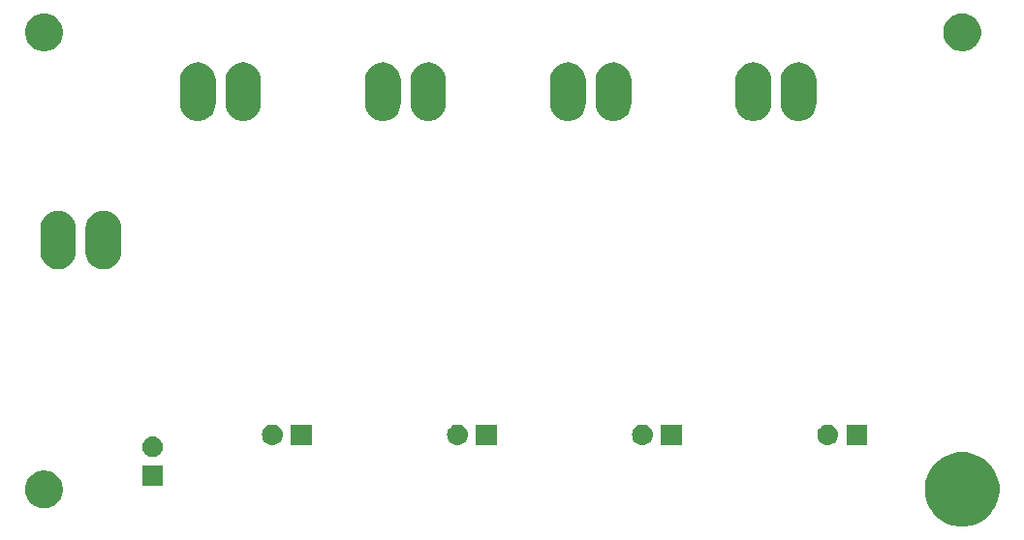
<source format=gbs>
G04 #@! TF.GenerationSoftware,KiCad,Pcbnew,5.0.1-33cea8e~68~ubuntu16.04.1*
G04 #@! TF.CreationDate,2019-04-14T12:12:49-04:00*
G04 #@! TF.ProjectId,fieldeffector,6669656C646566666563746F722E6B69,rev?*
G04 #@! TF.SameCoordinates,Original*
G04 #@! TF.FileFunction,Soldermask,Bot*
G04 #@! TF.FilePolarity,Negative*
%FSLAX46Y46*%
G04 Gerber Fmt 4.6, Leading zero omitted, Abs format (unit mm)*
G04 Created by KiCad (PCBNEW 5.0.1-33cea8e~68~ubuntu16.04.1) date Sun 14 Apr 2019 12:12:49 EDT*
%MOMM*%
%LPD*%
G01*
G04 APERTURE LIST*
%ADD10C,0.100000*%
G04 APERTURE END LIST*
D10*
G36*
X154040534Y-124827991D02*
X154598282Y-124938934D01*
X155189926Y-125184001D01*
X155479523Y-125377504D01*
X155722395Y-125539786D01*
X156175214Y-125992605D01*
X156175216Y-125992608D01*
X156530999Y-126525074D01*
X156776066Y-127116718D01*
X156838533Y-127430761D01*
X156901000Y-127744803D01*
X156901000Y-128385197D01*
X156868899Y-128546578D01*
X156776066Y-129013282D01*
X156530999Y-129604926D01*
X156283265Y-129975685D01*
X156175214Y-130137395D01*
X155722395Y-130590214D01*
X155722392Y-130590216D01*
X155189926Y-130945999D01*
X154598282Y-131191066D01*
X154284239Y-131253533D01*
X153970197Y-131316000D01*
X153329803Y-131316000D01*
X153015761Y-131253533D01*
X152701718Y-131191066D01*
X152110074Y-130945999D01*
X151577608Y-130590216D01*
X151577605Y-130590214D01*
X151124786Y-130137395D01*
X151016735Y-129975685D01*
X150769001Y-129604926D01*
X150523934Y-129013282D01*
X150431101Y-128546578D01*
X150399000Y-128385197D01*
X150399000Y-127744803D01*
X150461467Y-127430761D01*
X150523934Y-127116718D01*
X150769001Y-126525074D01*
X151124784Y-125992608D01*
X151124786Y-125992605D01*
X151577605Y-125539786D01*
X151820477Y-125377504D01*
X152110074Y-125184001D01*
X152701718Y-124938934D01*
X153259466Y-124827991D01*
X153329803Y-124814000D01*
X153970197Y-124814000D01*
X154040534Y-124827991D01*
X154040534Y-124827991D01*
G37*
G36*
X73775256Y-126456298D02*
X73881579Y-126477447D01*
X74182042Y-126601903D01*
X74356179Y-126718258D01*
X74452454Y-126782587D01*
X74682413Y-127012546D01*
X74682415Y-127012549D01*
X74863097Y-127282958D01*
X74987553Y-127583421D01*
X74997083Y-127631332D01*
X75051000Y-127902389D01*
X75051000Y-128227611D01*
X75019654Y-128385196D01*
X74993636Y-128516000D01*
X74987553Y-128546578D01*
X74863098Y-128847040D01*
X74682413Y-129117454D01*
X74452454Y-129347413D01*
X74452451Y-129347415D01*
X74182042Y-129528097D01*
X73881579Y-129652553D01*
X73775256Y-129673702D01*
X73562611Y-129716000D01*
X73237389Y-129716000D01*
X73024744Y-129673702D01*
X72918421Y-129652553D01*
X72617958Y-129528097D01*
X72347549Y-129347415D01*
X72347546Y-129347413D01*
X72117587Y-129117454D01*
X71936902Y-128847040D01*
X71812447Y-128546578D01*
X71806365Y-128516000D01*
X71780346Y-128385196D01*
X71749000Y-128227611D01*
X71749000Y-127902389D01*
X71802917Y-127631332D01*
X71812447Y-127583421D01*
X71936903Y-127282958D01*
X72117585Y-127012549D01*
X72117587Y-127012546D01*
X72347546Y-126782587D01*
X72443821Y-126718258D01*
X72617958Y-126601903D01*
X72918421Y-126477447D01*
X73024744Y-126456298D01*
X73237389Y-126414000D01*
X73562611Y-126414000D01*
X73775256Y-126456298D01*
X73775256Y-126456298D01*
G37*
G36*
X83801000Y-127766000D02*
X81999000Y-127766000D01*
X81999000Y-125964000D01*
X83801000Y-125964000D01*
X83801000Y-127766000D01*
X83801000Y-127766000D01*
G37*
G36*
X83010442Y-123430518D02*
X83076627Y-123437037D01*
X83174172Y-123466627D01*
X83246467Y-123488557D01*
X83385087Y-123562652D01*
X83402991Y-123572222D01*
X83438729Y-123601552D01*
X83540186Y-123684814D01*
X83623448Y-123786271D01*
X83652778Y-123822009D01*
X83652779Y-123822011D01*
X83736443Y-123978533D01*
X83736443Y-123978534D01*
X83787963Y-124148373D01*
X83805359Y-124325000D01*
X83787963Y-124501627D01*
X83753616Y-124614853D01*
X83736443Y-124671467D01*
X83662348Y-124810087D01*
X83652778Y-124827991D01*
X83623448Y-124863729D01*
X83540186Y-124965186D01*
X83438729Y-125048448D01*
X83402991Y-125077778D01*
X83402989Y-125077779D01*
X83246467Y-125161443D01*
X83189853Y-125178616D01*
X83076627Y-125212963D01*
X83010442Y-125219482D01*
X82944260Y-125226000D01*
X82855740Y-125226000D01*
X82789558Y-125219482D01*
X82723373Y-125212963D01*
X82610147Y-125178616D01*
X82553533Y-125161443D01*
X82397011Y-125077779D01*
X82397009Y-125077778D01*
X82361271Y-125048448D01*
X82259814Y-124965186D01*
X82176552Y-124863729D01*
X82147222Y-124827991D01*
X82137652Y-124810087D01*
X82063557Y-124671467D01*
X82046384Y-124614853D01*
X82012037Y-124501627D01*
X81994641Y-124325000D01*
X82012037Y-124148373D01*
X82063557Y-123978534D01*
X82063557Y-123978533D01*
X82147221Y-123822011D01*
X82147222Y-123822009D01*
X82176552Y-123786271D01*
X82259814Y-123684814D01*
X82361271Y-123601552D01*
X82397009Y-123572222D01*
X82414913Y-123562652D01*
X82553533Y-123488557D01*
X82625828Y-123466627D01*
X82723373Y-123437037D01*
X82789558Y-123430518D01*
X82855740Y-123424000D01*
X82944260Y-123424000D01*
X83010442Y-123430518D01*
X83010442Y-123430518D01*
G37*
G36*
X93470443Y-122395519D02*
X93536627Y-122402037D01*
X93649853Y-122436384D01*
X93706467Y-122453557D01*
X93845087Y-122527652D01*
X93862991Y-122537222D01*
X93898729Y-122566552D01*
X94000186Y-122649814D01*
X94083448Y-122751271D01*
X94112778Y-122787009D01*
X94112779Y-122787011D01*
X94196443Y-122943533D01*
X94196443Y-122943534D01*
X94247963Y-123113373D01*
X94265359Y-123290000D01*
X94247963Y-123466627D01*
X94215931Y-123572221D01*
X94196443Y-123636467D01*
X94170600Y-123684815D01*
X94112778Y-123792991D01*
X94088963Y-123822009D01*
X94000186Y-123930186D01*
X93898729Y-124013448D01*
X93862991Y-124042778D01*
X93862989Y-124042779D01*
X93706467Y-124126443D01*
X93649853Y-124143616D01*
X93536627Y-124177963D01*
X93470442Y-124184482D01*
X93404260Y-124191000D01*
X93315740Y-124191000D01*
X93249558Y-124184482D01*
X93183373Y-124177963D01*
X93070147Y-124143616D01*
X93013533Y-124126443D01*
X92857011Y-124042779D01*
X92857009Y-124042778D01*
X92821271Y-124013448D01*
X92719814Y-123930186D01*
X92631037Y-123822009D01*
X92607222Y-123792991D01*
X92549400Y-123684815D01*
X92523557Y-123636467D01*
X92504069Y-123572221D01*
X92472037Y-123466627D01*
X92454641Y-123290000D01*
X92472037Y-123113373D01*
X92523557Y-122943534D01*
X92523557Y-122943533D01*
X92607221Y-122787011D01*
X92607222Y-122787009D01*
X92636552Y-122751271D01*
X92719814Y-122649814D01*
X92821271Y-122566552D01*
X92857009Y-122537222D01*
X92874913Y-122527652D01*
X93013533Y-122453557D01*
X93070147Y-122436384D01*
X93183373Y-122402037D01*
X93249557Y-122395519D01*
X93315740Y-122389000D01*
X93404260Y-122389000D01*
X93470443Y-122395519D01*
X93470443Y-122395519D01*
G37*
G36*
X129146000Y-124191000D02*
X127344000Y-124191000D01*
X127344000Y-122389000D01*
X129146000Y-122389000D01*
X129146000Y-124191000D01*
X129146000Y-124191000D01*
G37*
G36*
X125815443Y-122395519D02*
X125881627Y-122402037D01*
X125994853Y-122436384D01*
X126051467Y-122453557D01*
X126190087Y-122527652D01*
X126207991Y-122537222D01*
X126243729Y-122566552D01*
X126345186Y-122649814D01*
X126428448Y-122751271D01*
X126457778Y-122787009D01*
X126457779Y-122787011D01*
X126541443Y-122943533D01*
X126541443Y-122943534D01*
X126592963Y-123113373D01*
X126610359Y-123290000D01*
X126592963Y-123466627D01*
X126560931Y-123572221D01*
X126541443Y-123636467D01*
X126515600Y-123684815D01*
X126457778Y-123792991D01*
X126433963Y-123822009D01*
X126345186Y-123930186D01*
X126243729Y-124013448D01*
X126207991Y-124042778D01*
X126207989Y-124042779D01*
X126051467Y-124126443D01*
X125994853Y-124143616D01*
X125881627Y-124177963D01*
X125815442Y-124184482D01*
X125749260Y-124191000D01*
X125660740Y-124191000D01*
X125594558Y-124184482D01*
X125528373Y-124177963D01*
X125415147Y-124143616D01*
X125358533Y-124126443D01*
X125202011Y-124042779D01*
X125202009Y-124042778D01*
X125166271Y-124013448D01*
X125064814Y-123930186D01*
X124976037Y-123822009D01*
X124952222Y-123792991D01*
X124894400Y-123684815D01*
X124868557Y-123636467D01*
X124849069Y-123572221D01*
X124817037Y-123466627D01*
X124799641Y-123290000D01*
X124817037Y-123113373D01*
X124868557Y-122943534D01*
X124868557Y-122943533D01*
X124952221Y-122787011D01*
X124952222Y-122787009D01*
X124981552Y-122751271D01*
X125064814Y-122649814D01*
X125166271Y-122566552D01*
X125202009Y-122537222D01*
X125219913Y-122527652D01*
X125358533Y-122453557D01*
X125415147Y-122436384D01*
X125528373Y-122402037D01*
X125594557Y-122395519D01*
X125660740Y-122389000D01*
X125749260Y-122389000D01*
X125815443Y-122395519D01*
X125815443Y-122395519D01*
G37*
G36*
X145341000Y-124191000D02*
X143539000Y-124191000D01*
X143539000Y-122389000D01*
X145341000Y-122389000D01*
X145341000Y-124191000D01*
X145341000Y-124191000D01*
G37*
G36*
X142010443Y-122395519D02*
X142076627Y-122402037D01*
X142189853Y-122436384D01*
X142246467Y-122453557D01*
X142385087Y-122527652D01*
X142402991Y-122537222D01*
X142438729Y-122566552D01*
X142540186Y-122649814D01*
X142623448Y-122751271D01*
X142652778Y-122787009D01*
X142652779Y-122787011D01*
X142736443Y-122943533D01*
X142736443Y-122943534D01*
X142787963Y-123113373D01*
X142805359Y-123290000D01*
X142787963Y-123466627D01*
X142755931Y-123572221D01*
X142736443Y-123636467D01*
X142710600Y-123684815D01*
X142652778Y-123792991D01*
X142628963Y-123822009D01*
X142540186Y-123930186D01*
X142438729Y-124013448D01*
X142402991Y-124042778D01*
X142402989Y-124042779D01*
X142246467Y-124126443D01*
X142189853Y-124143616D01*
X142076627Y-124177963D01*
X142010442Y-124184482D01*
X141944260Y-124191000D01*
X141855740Y-124191000D01*
X141789558Y-124184482D01*
X141723373Y-124177963D01*
X141610147Y-124143616D01*
X141553533Y-124126443D01*
X141397011Y-124042779D01*
X141397009Y-124042778D01*
X141361271Y-124013448D01*
X141259814Y-123930186D01*
X141171037Y-123822009D01*
X141147222Y-123792991D01*
X141089400Y-123684815D01*
X141063557Y-123636467D01*
X141044069Y-123572221D01*
X141012037Y-123466627D01*
X140994641Y-123290000D01*
X141012037Y-123113373D01*
X141063557Y-122943534D01*
X141063557Y-122943533D01*
X141147221Y-122787011D01*
X141147222Y-122787009D01*
X141176552Y-122751271D01*
X141259814Y-122649814D01*
X141361271Y-122566552D01*
X141397009Y-122537222D01*
X141414913Y-122527652D01*
X141553533Y-122453557D01*
X141610147Y-122436384D01*
X141723373Y-122402037D01*
X141789557Y-122395519D01*
X141855740Y-122389000D01*
X141944260Y-122389000D01*
X142010443Y-122395519D01*
X142010443Y-122395519D01*
G37*
G36*
X112981000Y-124191000D02*
X111179000Y-124191000D01*
X111179000Y-122389000D01*
X112981000Y-122389000D01*
X112981000Y-124191000D01*
X112981000Y-124191000D01*
G37*
G36*
X109650443Y-122395519D02*
X109716627Y-122402037D01*
X109829853Y-122436384D01*
X109886467Y-122453557D01*
X110025087Y-122527652D01*
X110042991Y-122537222D01*
X110078729Y-122566552D01*
X110180186Y-122649814D01*
X110263448Y-122751271D01*
X110292778Y-122787009D01*
X110292779Y-122787011D01*
X110376443Y-122943533D01*
X110376443Y-122943534D01*
X110427963Y-123113373D01*
X110445359Y-123290000D01*
X110427963Y-123466627D01*
X110395931Y-123572221D01*
X110376443Y-123636467D01*
X110350600Y-123684815D01*
X110292778Y-123792991D01*
X110268963Y-123822009D01*
X110180186Y-123930186D01*
X110078729Y-124013448D01*
X110042991Y-124042778D01*
X110042989Y-124042779D01*
X109886467Y-124126443D01*
X109829853Y-124143616D01*
X109716627Y-124177963D01*
X109650442Y-124184482D01*
X109584260Y-124191000D01*
X109495740Y-124191000D01*
X109429558Y-124184482D01*
X109363373Y-124177963D01*
X109250147Y-124143616D01*
X109193533Y-124126443D01*
X109037011Y-124042779D01*
X109037009Y-124042778D01*
X109001271Y-124013448D01*
X108899814Y-123930186D01*
X108811037Y-123822009D01*
X108787222Y-123792991D01*
X108729400Y-123684815D01*
X108703557Y-123636467D01*
X108684069Y-123572221D01*
X108652037Y-123466627D01*
X108634641Y-123290000D01*
X108652037Y-123113373D01*
X108703557Y-122943534D01*
X108703557Y-122943533D01*
X108787221Y-122787011D01*
X108787222Y-122787009D01*
X108816552Y-122751271D01*
X108899814Y-122649814D01*
X109001271Y-122566552D01*
X109037009Y-122537222D01*
X109054913Y-122527652D01*
X109193533Y-122453557D01*
X109250147Y-122436384D01*
X109363373Y-122402037D01*
X109429557Y-122395519D01*
X109495740Y-122389000D01*
X109584260Y-122389000D01*
X109650443Y-122395519D01*
X109650443Y-122395519D01*
G37*
G36*
X96801000Y-124191000D02*
X94999000Y-124191000D01*
X94999000Y-122389000D01*
X96801000Y-122389000D01*
X96801000Y-124191000D01*
X96801000Y-124191000D01*
G37*
G36*
X78904020Y-103735810D02*
X78904023Y-103735811D01*
X79196364Y-103824491D01*
X79196367Y-103824493D01*
X79196368Y-103824493D01*
X79465786Y-103968499D01*
X79701936Y-104162304D01*
X79895741Y-104398454D01*
X80039747Y-104667872D01*
X80039749Y-104667876D01*
X80119328Y-104930215D01*
X80128430Y-104960220D01*
X80150870Y-105188058D01*
X80150870Y-107341942D01*
X80128430Y-107569780D01*
X80128429Y-107569782D01*
X80128429Y-107569783D01*
X80039749Y-107862124D01*
X80039747Y-107862127D01*
X80039747Y-107862128D01*
X79895741Y-108131546D01*
X79701936Y-108367696D01*
X79465785Y-108561501D01*
X79196367Y-108705507D01*
X79196363Y-108705509D01*
X78934024Y-108785088D01*
X78904019Y-108794190D01*
X78600000Y-108824133D01*
X78295980Y-108794190D01*
X78265975Y-108785088D01*
X78003636Y-108705509D01*
X78003632Y-108705507D01*
X77734214Y-108561501D01*
X77498064Y-108367696D01*
X77304259Y-108131545D01*
X77160253Y-107862127D01*
X77160252Y-107862124D01*
X77160251Y-107862123D01*
X77071571Y-107569782D01*
X77071570Y-107569779D01*
X77049130Y-107341941D01*
X77049131Y-105188058D01*
X77071571Y-104960220D01*
X77080673Y-104930215D01*
X77160252Y-104667876D01*
X77160254Y-104667872D01*
X77304260Y-104398454D01*
X77498065Y-104162304D01*
X77734215Y-103968499D01*
X78003633Y-103824493D01*
X78003634Y-103824493D01*
X78003637Y-103824491D01*
X78295978Y-103735811D01*
X78295981Y-103735810D01*
X78600000Y-103705867D01*
X78904020Y-103735810D01*
X78904020Y-103735810D01*
G37*
G36*
X74941620Y-103735810D02*
X74941623Y-103735811D01*
X75233964Y-103824491D01*
X75233967Y-103824493D01*
X75233968Y-103824493D01*
X75503386Y-103968499D01*
X75739536Y-104162304D01*
X75933341Y-104398454D01*
X76077347Y-104667872D01*
X76077349Y-104667876D01*
X76156928Y-104930215D01*
X76166030Y-104960220D01*
X76188470Y-105188058D01*
X76188470Y-107341942D01*
X76166030Y-107569780D01*
X76166029Y-107569782D01*
X76166029Y-107569783D01*
X76077349Y-107862124D01*
X76077347Y-107862127D01*
X76077347Y-107862128D01*
X75933341Y-108131546D01*
X75739536Y-108367696D01*
X75503385Y-108561501D01*
X75233967Y-108705507D01*
X75233963Y-108705509D01*
X74971624Y-108785088D01*
X74941619Y-108794190D01*
X74637600Y-108824133D01*
X74333580Y-108794190D01*
X74303575Y-108785088D01*
X74041236Y-108705509D01*
X74041232Y-108705507D01*
X73771814Y-108561501D01*
X73535664Y-108367696D01*
X73341859Y-108131545D01*
X73197853Y-107862127D01*
X73197852Y-107862124D01*
X73197851Y-107862123D01*
X73109171Y-107569782D01*
X73109170Y-107569779D01*
X73086730Y-107341941D01*
X73086731Y-105188058D01*
X73109171Y-104960220D01*
X73118273Y-104930215D01*
X73197852Y-104667876D01*
X73197854Y-104667872D01*
X73341860Y-104398454D01*
X73535665Y-104162304D01*
X73771815Y-103968499D01*
X74041233Y-103824493D01*
X74041234Y-103824493D01*
X74041237Y-103824491D01*
X74333578Y-103735811D01*
X74333581Y-103735810D01*
X74637600Y-103705867D01*
X74941620Y-103735810D01*
X74941620Y-103735810D01*
G37*
G36*
X103341619Y-90735810D02*
X103341622Y-90735811D01*
X103633963Y-90824491D01*
X103633966Y-90824493D01*
X103633967Y-90824493D01*
X103903385Y-90968499D01*
X104139536Y-91162304D01*
X104333341Y-91398454D01*
X104477347Y-91667872D01*
X104477349Y-91667876D01*
X104477349Y-91667877D01*
X104566030Y-91960220D01*
X104588470Y-92188058D01*
X104588470Y-94341942D01*
X104566030Y-94569780D01*
X104566029Y-94569783D01*
X104477349Y-94862124D01*
X104477347Y-94862127D01*
X104477347Y-94862128D01*
X104333341Y-95131546D01*
X104139536Y-95367696D01*
X103903386Y-95561501D01*
X103633968Y-95705507D01*
X103633964Y-95705509D01*
X103371625Y-95785088D01*
X103341620Y-95794190D01*
X103037600Y-95824133D01*
X102733581Y-95794190D01*
X102703576Y-95785088D01*
X102441237Y-95705509D01*
X102441233Y-95705507D01*
X102171815Y-95561501D01*
X101935665Y-95367696D01*
X101741860Y-95131546D01*
X101597854Y-94862128D01*
X101597854Y-94862127D01*
X101597852Y-94862124D01*
X101509172Y-94569783D01*
X101509171Y-94569780D01*
X101486731Y-94341942D01*
X101486730Y-92188059D01*
X101509170Y-91960221D01*
X101518272Y-91930216D01*
X101597851Y-91667877D01*
X101597854Y-91667872D01*
X101741859Y-91398455D01*
X101935664Y-91162304D01*
X102171814Y-90968499D01*
X102441232Y-90824493D01*
X102441233Y-90824493D01*
X102441236Y-90824491D01*
X102733577Y-90735811D01*
X102733580Y-90735810D01*
X103037600Y-90705867D01*
X103341619Y-90735810D01*
X103341619Y-90735810D01*
G37*
G36*
X135701619Y-90735810D02*
X135701622Y-90735811D01*
X135993963Y-90824491D01*
X135993966Y-90824493D01*
X135993967Y-90824493D01*
X136263385Y-90968499D01*
X136499536Y-91162304D01*
X136693341Y-91398454D01*
X136837347Y-91667872D01*
X136837349Y-91667876D01*
X136837349Y-91667877D01*
X136926030Y-91960220D01*
X136948470Y-92188058D01*
X136948470Y-94341942D01*
X136926030Y-94569780D01*
X136926029Y-94569783D01*
X136837349Y-94862124D01*
X136837347Y-94862127D01*
X136837347Y-94862128D01*
X136693341Y-95131546D01*
X136499536Y-95367696D01*
X136263386Y-95561501D01*
X135993968Y-95705507D01*
X135993964Y-95705509D01*
X135731625Y-95785088D01*
X135701620Y-95794190D01*
X135397600Y-95824133D01*
X135093581Y-95794190D01*
X135063576Y-95785088D01*
X134801237Y-95705509D01*
X134801233Y-95705507D01*
X134531815Y-95561501D01*
X134295665Y-95367696D01*
X134101860Y-95131546D01*
X133957854Y-94862128D01*
X133957854Y-94862127D01*
X133957852Y-94862124D01*
X133869172Y-94569783D01*
X133869171Y-94569780D01*
X133846731Y-94341942D01*
X133846730Y-92188059D01*
X133869170Y-91960221D01*
X133878272Y-91930216D01*
X133957851Y-91667877D01*
X133957854Y-91667872D01*
X134101859Y-91398455D01*
X134295664Y-91162304D01*
X134531814Y-90968499D01*
X134801232Y-90824493D01*
X134801233Y-90824493D01*
X134801236Y-90824491D01*
X135093577Y-90735811D01*
X135093580Y-90735810D01*
X135397600Y-90705867D01*
X135701619Y-90735810D01*
X135701619Y-90735810D01*
G37*
G36*
X139664019Y-90735810D02*
X139664022Y-90735811D01*
X139956363Y-90824491D01*
X139956366Y-90824493D01*
X139956367Y-90824493D01*
X140225785Y-90968499D01*
X140461936Y-91162304D01*
X140655741Y-91398454D01*
X140799747Y-91667872D01*
X140799749Y-91667876D01*
X140799749Y-91667877D01*
X140888430Y-91960220D01*
X140910870Y-92188058D01*
X140910870Y-94341942D01*
X140888430Y-94569780D01*
X140888429Y-94569783D01*
X140799749Y-94862124D01*
X140799747Y-94862127D01*
X140799747Y-94862128D01*
X140655741Y-95131546D01*
X140461936Y-95367696D01*
X140225786Y-95561501D01*
X139956368Y-95705507D01*
X139956364Y-95705509D01*
X139694025Y-95785088D01*
X139664020Y-95794190D01*
X139360000Y-95824133D01*
X139055981Y-95794190D01*
X139025976Y-95785088D01*
X138763637Y-95705509D01*
X138763633Y-95705507D01*
X138494215Y-95561501D01*
X138258065Y-95367696D01*
X138064260Y-95131546D01*
X137920254Y-94862128D01*
X137920254Y-94862127D01*
X137920252Y-94862124D01*
X137831572Y-94569783D01*
X137831571Y-94569780D01*
X137809131Y-94341942D01*
X137809130Y-92188059D01*
X137831570Y-91960221D01*
X137840672Y-91930216D01*
X137920251Y-91667877D01*
X137920254Y-91667872D01*
X138064259Y-91398455D01*
X138258064Y-91162304D01*
X138494214Y-90968499D01*
X138763632Y-90824493D01*
X138763633Y-90824493D01*
X138763636Y-90824491D01*
X139055977Y-90735811D01*
X139055980Y-90735810D01*
X139360000Y-90705867D01*
X139664019Y-90735810D01*
X139664019Y-90735810D01*
G37*
G36*
X87161619Y-90735810D02*
X87161622Y-90735811D01*
X87453963Y-90824491D01*
X87453966Y-90824493D01*
X87453967Y-90824493D01*
X87723385Y-90968499D01*
X87959536Y-91162304D01*
X88153341Y-91398454D01*
X88297347Y-91667872D01*
X88297349Y-91667876D01*
X88297349Y-91667877D01*
X88386030Y-91960220D01*
X88408470Y-92188058D01*
X88408470Y-94341942D01*
X88386030Y-94569780D01*
X88386029Y-94569783D01*
X88297349Y-94862124D01*
X88297347Y-94862127D01*
X88297347Y-94862128D01*
X88153341Y-95131546D01*
X87959536Y-95367696D01*
X87723386Y-95561501D01*
X87453968Y-95705507D01*
X87453964Y-95705509D01*
X87191625Y-95785088D01*
X87161620Y-95794190D01*
X86857600Y-95824133D01*
X86553581Y-95794190D01*
X86523576Y-95785088D01*
X86261237Y-95705509D01*
X86261233Y-95705507D01*
X85991815Y-95561501D01*
X85755665Y-95367696D01*
X85561860Y-95131546D01*
X85417854Y-94862128D01*
X85417854Y-94862127D01*
X85417852Y-94862124D01*
X85329172Y-94569783D01*
X85329171Y-94569780D01*
X85306731Y-94341942D01*
X85306730Y-92188059D01*
X85329170Y-91960221D01*
X85338272Y-91930216D01*
X85417851Y-91667877D01*
X85417854Y-91667872D01*
X85561859Y-91398455D01*
X85755664Y-91162304D01*
X85991814Y-90968499D01*
X86261232Y-90824493D01*
X86261233Y-90824493D01*
X86261236Y-90824491D01*
X86553577Y-90735811D01*
X86553580Y-90735810D01*
X86857600Y-90705867D01*
X87161619Y-90735810D01*
X87161619Y-90735810D01*
G37*
G36*
X91124019Y-90735810D02*
X91124022Y-90735811D01*
X91416363Y-90824491D01*
X91416366Y-90824493D01*
X91416367Y-90824493D01*
X91685785Y-90968499D01*
X91921936Y-91162304D01*
X92115741Y-91398454D01*
X92259747Y-91667872D01*
X92259749Y-91667876D01*
X92259749Y-91667877D01*
X92348430Y-91960220D01*
X92370870Y-92188058D01*
X92370870Y-94341942D01*
X92348430Y-94569780D01*
X92348429Y-94569783D01*
X92259749Y-94862124D01*
X92259747Y-94862127D01*
X92259747Y-94862128D01*
X92115741Y-95131546D01*
X91921936Y-95367696D01*
X91685786Y-95561501D01*
X91416368Y-95705507D01*
X91416364Y-95705509D01*
X91154025Y-95785088D01*
X91124020Y-95794190D01*
X90820000Y-95824133D01*
X90515981Y-95794190D01*
X90485976Y-95785088D01*
X90223637Y-95705509D01*
X90223633Y-95705507D01*
X89954215Y-95561501D01*
X89718065Y-95367696D01*
X89524260Y-95131546D01*
X89380254Y-94862128D01*
X89380254Y-94862127D01*
X89380252Y-94862124D01*
X89291572Y-94569783D01*
X89291571Y-94569780D01*
X89269131Y-94341942D01*
X89269130Y-92188059D01*
X89291570Y-91960221D01*
X89300672Y-91930216D01*
X89380251Y-91667877D01*
X89380254Y-91667872D01*
X89524259Y-91398455D01*
X89718064Y-91162304D01*
X89954214Y-90968499D01*
X90223632Y-90824493D01*
X90223633Y-90824493D01*
X90223636Y-90824491D01*
X90515977Y-90735811D01*
X90515980Y-90735810D01*
X90820000Y-90705867D01*
X91124019Y-90735810D01*
X91124019Y-90735810D01*
G37*
G36*
X123484019Y-90735810D02*
X123484022Y-90735811D01*
X123776363Y-90824491D01*
X123776366Y-90824493D01*
X123776367Y-90824493D01*
X124045785Y-90968499D01*
X124281936Y-91162304D01*
X124475741Y-91398454D01*
X124619747Y-91667872D01*
X124619749Y-91667876D01*
X124619749Y-91667877D01*
X124708430Y-91960220D01*
X124730870Y-92188058D01*
X124730870Y-94341942D01*
X124708430Y-94569780D01*
X124708429Y-94569783D01*
X124619749Y-94862124D01*
X124619747Y-94862127D01*
X124619747Y-94862128D01*
X124475741Y-95131546D01*
X124281936Y-95367696D01*
X124045786Y-95561501D01*
X123776368Y-95705507D01*
X123776364Y-95705509D01*
X123514025Y-95785088D01*
X123484020Y-95794190D01*
X123180000Y-95824133D01*
X122875981Y-95794190D01*
X122845976Y-95785088D01*
X122583637Y-95705509D01*
X122583633Y-95705507D01*
X122314215Y-95561501D01*
X122078065Y-95367696D01*
X121884260Y-95131546D01*
X121740254Y-94862128D01*
X121740254Y-94862127D01*
X121740252Y-94862124D01*
X121651572Y-94569783D01*
X121651571Y-94569780D01*
X121629131Y-94341942D01*
X121629130Y-92188059D01*
X121651570Y-91960221D01*
X121660672Y-91930216D01*
X121740251Y-91667877D01*
X121740254Y-91667872D01*
X121884259Y-91398455D01*
X122078064Y-91162304D01*
X122314214Y-90968499D01*
X122583632Y-90824493D01*
X122583633Y-90824493D01*
X122583636Y-90824491D01*
X122875977Y-90735811D01*
X122875980Y-90735810D01*
X123180000Y-90705867D01*
X123484019Y-90735810D01*
X123484019Y-90735810D01*
G37*
G36*
X107304019Y-90735810D02*
X107304022Y-90735811D01*
X107596363Y-90824491D01*
X107596366Y-90824493D01*
X107596367Y-90824493D01*
X107865785Y-90968499D01*
X108101936Y-91162304D01*
X108295741Y-91398454D01*
X108439747Y-91667872D01*
X108439749Y-91667876D01*
X108439749Y-91667877D01*
X108528430Y-91960220D01*
X108550870Y-92188058D01*
X108550870Y-94341942D01*
X108528430Y-94569780D01*
X108528429Y-94569783D01*
X108439749Y-94862124D01*
X108439747Y-94862127D01*
X108439747Y-94862128D01*
X108295741Y-95131546D01*
X108101936Y-95367696D01*
X107865786Y-95561501D01*
X107596368Y-95705507D01*
X107596364Y-95705509D01*
X107334025Y-95785088D01*
X107304020Y-95794190D01*
X107000000Y-95824133D01*
X106695981Y-95794190D01*
X106665976Y-95785088D01*
X106403637Y-95705509D01*
X106403633Y-95705507D01*
X106134215Y-95561501D01*
X105898065Y-95367696D01*
X105704260Y-95131546D01*
X105560254Y-94862128D01*
X105560254Y-94862127D01*
X105560252Y-94862124D01*
X105471572Y-94569783D01*
X105471571Y-94569780D01*
X105449131Y-94341942D01*
X105449130Y-92188059D01*
X105471570Y-91960221D01*
X105480672Y-91930216D01*
X105560251Y-91667877D01*
X105560254Y-91667872D01*
X105704259Y-91398455D01*
X105898064Y-91162304D01*
X106134214Y-90968499D01*
X106403632Y-90824493D01*
X106403633Y-90824493D01*
X106403636Y-90824491D01*
X106695977Y-90735811D01*
X106695980Y-90735810D01*
X107000000Y-90705867D01*
X107304019Y-90735810D01*
X107304019Y-90735810D01*
G37*
G36*
X119521619Y-90735810D02*
X119521622Y-90735811D01*
X119813963Y-90824491D01*
X119813966Y-90824493D01*
X119813967Y-90824493D01*
X120083385Y-90968499D01*
X120319536Y-91162304D01*
X120513341Y-91398454D01*
X120657347Y-91667872D01*
X120657349Y-91667876D01*
X120657349Y-91667877D01*
X120746030Y-91960220D01*
X120768470Y-92188058D01*
X120768470Y-94341942D01*
X120746030Y-94569780D01*
X120746029Y-94569783D01*
X120657349Y-94862124D01*
X120657347Y-94862127D01*
X120657347Y-94862128D01*
X120513341Y-95131546D01*
X120319536Y-95367696D01*
X120083386Y-95561501D01*
X119813968Y-95705507D01*
X119813964Y-95705509D01*
X119551625Y-95785088D01*
X119521620Y-95794190D01*
X119217600Y-95824133D01*
X118913581Y-95794190D01*
X118883576Y-95785088D01*
X118621237Y-95705509D01*
X118621233Y-95705507D01*
X118351815Y-95561501D01*
X118115665Y-95367696D01*
X117921860Y-95131546D01*
X117777854Y-94862128D01*
X117777854Y-94862127D01*
X117777852Y-94862124D01*
X117689172Y-94569783D01*
X117689171Y-94569780D01*
X117666731Y-94341942D01*
X117666730Y-92188059D01*
X117689170Y-91960221D01*
X117698272Y-91930216D01*
X117777851Y-91667877D01*
X117777854Y-91667872D01*
X117921859Y-91398455D01*
X118115664Y-91162304D01*
X118351814Y-90968499D01*
X118621232Y-90824493D01*
X118621233Y-90824493D01*
X118621236Y-90824491D01*
X118913577Y-90735811D01*
X118913580Y-90735810D01*
X119217600Y-90705867D01*
X119521619Y-90735810D01*
X119521619Y-90735810D01*
G37*
G36*
X154025256Y-86456298D02*
X154131579Y-86477447D01*
X154432042Y-86601903D01*
X154698852Y-86780180D01*
X154702454Y-86782587D01*
X154932413Y-87012546D01*
X155113098Y-87282960D01*
X155237553Y-87583422D01*
X155301000Y-87902389D01*
X155301000Y-88227611D01*
X155237553Y-88546578D01*
X155113098Y-88847040D01*
X154932413Y-89117454D01*
X154702454Y-89347413D01*
X154702451Y-89347415D01*
X154432042Y-89528097D01*
X154131579Y-89652553D01*
X154025256Y-89673702D01*
X153812611Y-89716000D01*
X153487389Y-89716000D01*
X153274744Y-89673702D01*
X153168421Y-89652553D01*
X152867958Y-89528097D01*
X152597549Y-89347415D01*
X152597546Y-89347413D01*
X152367587Y-89117454D01*
X152186902Y-88847040D01*
X152062447Y-88546578D01*
X151999000Y-88227611D01*
X151999000Y-87902389D01*
X152062447Y-87583422D01*
X152186902Y-87282960D01*
X152367587Y-87012546D01*
X152597546Y-86782587D01*
X152601148Y-86780180D01*
X152867958Y-86601903D01*
X153168421Y-86477447D01*
X153274744Y-86456298D01*
X153487389Y-86414000D01*
X153812611Y-86414000D01*
X154025256Y-86456298D01*
X154025256Y-86456298D01*
G37*
G36*
X73775256Y-86456298D02*
X73881579Y-86477447D01*
X74182042Y-86601903D01*
X74448852Y-86780180D01*
X74452454Y-86782587D01*
X74682413Y-87012546D01*
X74863098Y-87282960D01*
X74987553Y-87583422D01*
X75051000Y-87902389D01*
X75051000Y-88227611D01*
X74987553Y-88546578D01*
X74863098Y-88847040D01*
X74682413Y-89117454D01*
X74452454Y-89347413D01*
X74452451Y-89347415D01*
X74182042Y-89528097D01*
X73881579Y-89652553D01*
X73775256Y-89673702D01*
X73562611Y-89716000D01*
X73237389Y-89716000D01*
X73024744Y-89673702D01*
X72918421Y-89652553D01*
X72617958Y-89528097D01*
X72347549Y-89347415D01*
X72347546Y-89347413D01*
X72117587Y-89117454D01*
X71936902Y-88847040D01*
X71812447Y-88546578D01*
X71749000Y-88227611D01*
X71749000Y-87902389D01*
X71812447Y-87583422D01*
X71936902Y-87282960D01*
X72117587Y-87012546D01*
X72347546Y-86782587D01*
X72351148Y-86780180D01*
X72617958Y-86601903D01*
X72918421Y-86477447D01*
X73024744Y-86456298D01*
X73237389Y-86414000D01*
X73562611Y-86414000D01*
X73775256Y-86456298D01*
X73775256Y-86456298D01*
G37*
M02*

</source>
